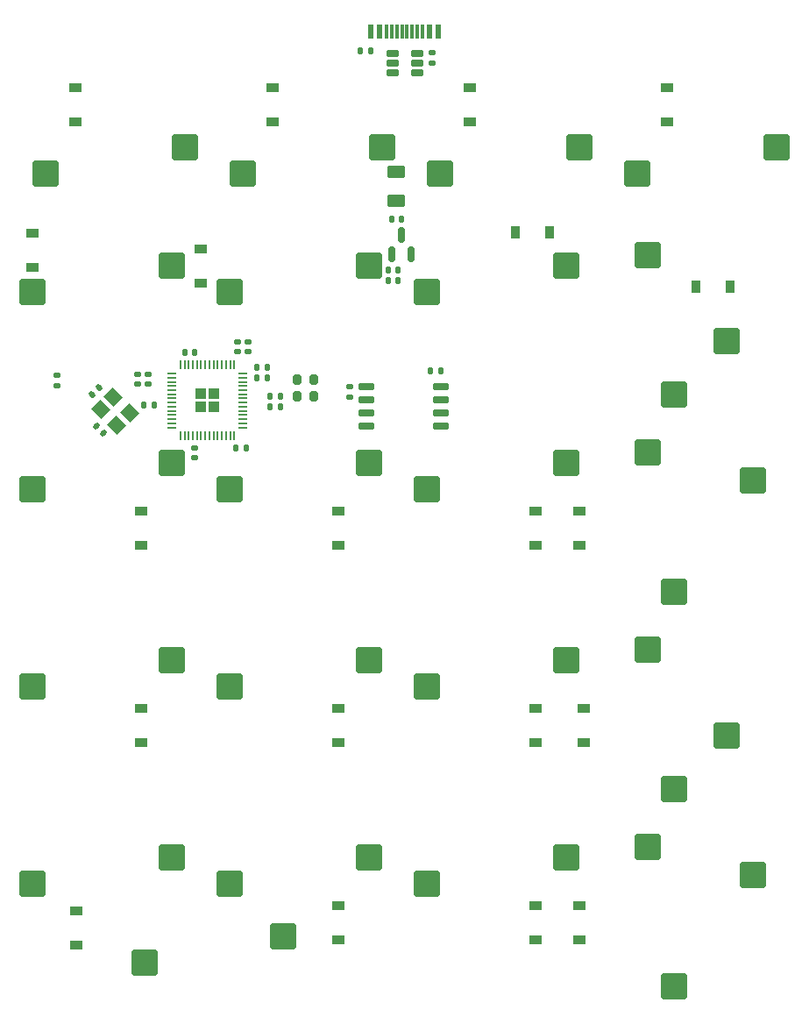
<source format=gbp>
%TF.GenerationSoftware,KiCad,Pcbnew,(6.0.6)*%
%TF.CreationDate,2022-08-17T22:11:57+10:00*%
%TF.ProjectId,snzagpad,736e7a61-6770-4616-942e-6b696361645f,rev?*%
%TF.SameCoordinates,Original*%
%TF.FileFunction,Paste,Bot*%
%TF.FilePolarity,Positive*%
%FSLAX46Y46*%
G04 Gerber Fmt 4.6, Leading zero omitted, Abs format (unit mm)*
G04 Created by KiCad (PCBNEW (6.0.6)) date 2022-08-17 22:11:57*
%MOMM*%
%LPD*%
G01*
G04 APERTURE LIST*
G04 Aperture macros list*
%AMRoundRect*
0 Rectangle with rounded corners*
0 $1 Rounding radius*
0 $2 $3 $4 $5 $6 $7 $8 $9 X,Y pos of 4 corners*
0 Add a 4 corners polygon primitive as box body*
4,1,4,$2,$3,$4,$5,$6,$7,$8,$9,$2,$3,0*
0 Add four circle primitives for the rounded corners*
1,1,$1+$1,$2,$3*
1,1,$1+$1,$4,$5*
1,1,$1+$1,$6,$7*
1,1,$1+$1,$8,$9*
0 Add four rect primitives between the rounded corners*
20,1,$1+$1,$2,$3,$4,$5,0*
20,1,$1+$1,$4,$5,$6,$7,0*
20,1,$1+$1,$6,$7,$8,$9,0*
20,1,$1+$1,$8,$9,$2,$3,0*%
%AMRotRect*
0 Rectangle, with rotation*
0 The origin of the aperture is its center*
0 $1 length*
0 $2 width*
0 $3 Rotation angle, in degrees counterclockwise*
0 Add horizontal line*
21,1,$1,$2,0,0,$3*%
G04 Aperture macros list end*
%ADD10R,1.200000X0.900000*%
%ADD11RoundRect,0.140000X-0.219203X-0.021213X-0.021213X-0.219203X0.219203X0.021213X0.021213X0.219203X0*%
%ADD12RoundRect,0.140000X-0.140000X-0.170000X0.140000X-0.170000X0.140000X0.170000X-0.140000X0.170000X0*%
%ADD13RoundRect,0.150000X0.475000X0.150000X-0.475000X0.150000X-0.475000X-0.150000X0.475000X-0.150000X0*%
%ADD14R,0.600000X1.450000*%
%ADD15R,0.300000X1.450000*%
%ADD16RoundRect,0.250000X-1.025000X-1.000000X1.025000X-1.000000X1.025000X1.000000X-1.025000X1.000000X0*%
%ADD17RoundRect,0.140000X-0.170000X0.140000X-0.170000X-0.140000X0.170000X-0.140000X0.170000X0.140000X0*%
%ADD18RoundRect,0.250000X1.000000X-1.025000X1.000000X1.025000X-1.000000X1.025000X-1.000000X-1.025000X0*%
%ADD19RoundRect,0.140000X0.140000X0.170000X-0.140000X0.170000X-0.140000X-0.170000X0.140000X-0.170000X0*%
%ADD20RoundRect,0.250000X1.025000X1.000000X-1.025000X1.000000X-1.025000X-1.000000X1.025000X-1.000000X0*%
%ADD21RoundRect,0.135000X-0.135000X-0.185000X0.135000X-0.185000X0.135000X0.185000X-0.135000X0.185000X0*%
%ADD22RotRect,1.400000X1.200000X315.000000*%
%ADD23RoundRect,0.250000X-1.000000X1.025000X-1.000000X-1.025000X1.000000X-1.025000X1.000000X1.025000X0*%
%ADD24RoundRect,0.140000X0.021213X-0.219203X0.219203X-0.021213X-0.021213X0.219203X-0.219203X0.021213X0*%
%ADD25RoundRect,0.150000X0.650000X0.150000X-0.650000X0.150000X-0.650000X-0.150000X0.650000X-0.150000X0*%
%ADD26RoundRect,0.200000X0.200000X0.275000X-0.200000X0.275000X-0.200000X-0.275000X0.200000X-0.275000X0*%
%ADD27R,0.900000X1.200000*%
%ADD28RoundRect,0.140000X0.170000X-0.140000X0.170000X0.140000X-0.170000X0.140000X-0.170000X-0.140000X0*%
%ADD29RoundRect,0.135000X-0.185000X0.135000X-0.185000X-0.135000X0.185000X-0.135000X0.185000X0.135000X0*%
%ADD30RoundRect,0.250000X0.292217X-0.292217X0.292217X0.292217X-0.292217X0.292217X-0.292217X-0.292217X0*%
%ADD31RoundRect,0.050000X0.050000X-0.387500X0.050000X0.387500X-0.050000X0.387500X-0.050000X-0.387500X0*%
%ADD32RoundRect,0.050000X0.387500X-0.050000X0.387500X0.050000X-0.387500X0.050000X-0.387500X-0.050000X0*%
%ADD33RoundRect,0.150000X0.150000X-0.587500X0.150000X0.587500X-0.150000X0.587500X-0.150000X-0.587500X0*%
%ADD34RoundRect,0.135000X0.185000X-0.135000X0.185000X0.135000X-0.185000X0.135000X-0.185000X-0.135000X0*%
%ADD35RoundRect,0.250000X-0.625000X0.375000X-0.625000X-0.375000X0.625000X-0.375000X0.625000X0.375000X0*%
G04 APERTURE END LIST*
D10*
X45168750Y-121922500D03*
X45168750Y-118622500D03*
D11*
X40889339Y-91390589D03*
X41568161Y-92069411D03*
D12*
X56408750Y-86720000D03*
X57368750Y-86720000D03*
D13*
X71873750Y-55381250D03*
X71873750Y-56331250D03*
X71873750Y-57281250D03*
X69523750Y-57281250D03*
X69523750Y-56331250D03*
X69523750Y-55381250D03*
D14*
X67393750Y-53257500D03*
X68193750Y-53257500D03*
D15*
X69393750Y-53257500D03*
X70393750Y-53257500D03*
X70893750Y-53257500D03*
X71893750Y-53257500D03*
D14*
X73093750Y-53257500D03*
X73893750Y-53257500D03*
X73893750Y-53257500D03*
X73093750Y-53257500D03*
D15*
X72393750Y-53257500D03*
X71393750Y-53257500D03*
X69893750Y-53257500D03*
X68893750Y-53257500D03*
D14*
X68193750Y-53257500D03*
X67393750Y-53257500D03*
D10*
X57943750Y-58675000D03*
X57943750Y-61975000D03*
D16*
X87528750Y-64452500D03*
X74078750Y-66992500D03*
D17*
X65371250Y-87572500D03*
X65371250Y-88532500D03*
D12*
X56408750Y-85700000D03*
X57368750Y-85700000D03*
D18*
X101758750Y-121227500D03*
X104298750Y-134677500D03*
D10*
X96043750Y-58675000D03*
X96043750Y-61975000D03*
D19*
X70018750Y-76312500D03*
X69058750Y-76312500D03*
D20*
X34708750Y-135572500D03*
X48158750Y-133032500D03*
D10*
X64218750Y-121922500D03*
X64218750Y-118622500D03*
D21*
X66370000Y-55088750D03*
X67390000Y-55088750D03*
D12*
X54380000Y-93470000D03*
X55340000Y-93470000D03*
D22*
X42511972Y-88541142D03*
X44067607Y-90096777D03*
X42865526Y-91298858D03*
X41309891Y-89743223D03*
D12*
X69058750Y-77332500D03*
X70018750Y-77332500D03*
D20*
X34708750Y-78422500D03*
X48158750Y-75882500D03*
D18*
X101758750Y-83127500D03*
X104298750Y-96577500D03*
D21*
X73161250Y-86052500D03*
X74181250Y-86052500D03*
D23*
X96678750Y-126422500D03*
X94138750Y-112972500D03*
D10*
X64218750Y-102872500D03*
X64218750Y-99572500D03*
D17*
X50380000Y-93490000D03*
X50380000Y-94450000D03*
D10*
X83268750Y-121922500D03*
X83268750Y-118622500D03*
D23*
X96678750Y-107372500D03*
X94138750Y-93922500D03*
D24*
X40469339Y-88309411D03*
X41148161Y-87630589D03*
D25*
X74181250Y-87577500D03*
X74181250Y-88847500D03*
X74181250Y-90117500D03*
X74181250Y-91387500D03*
X66981250Y-91387500D03*
X66981250Y-90117500D03*
X66981250Y-88847500D03*
X66981250Y-87577500D03*
D10*
X38968750Y-141482500D03*
X38968750Y-138182500D03*
X64218750Y-140972500D03*
X64218750Y-137672500D03*
D26*
X61908750Y-86892500D03*
X60258750Y-86892500D03*
D20*
X34708750Y-97472500D03*
X48158750Y-94932500D03*
X72808750Y-116522500D03*
X86258750Y-113982500D03*
X53758750Y-135572500D03*
X67208750Y-133032500D03*
D10*
X83268750Y-102872500D03*
X83268750Y-99572500D03*
D27*
X81358750Y-72682500D03*
X84658750Y-72682500D03*
D10*
X83268750Y-140972500D03*
X83268750Y-137672500D03*
D20*
X72808750Y-97472500D03*
X86258750Y-94932500D03*
D12*
X57678750Y-88510000D03*
X58638750Y-88510000D03*
D20*
X34708750Y-116522500D03*
X48158750Y-113982500D03*
D19*
X50410000Y-84240000D03*
X49450000Y-84240000D03*
D16*
X68478750Y-64452500D03*
X55028750Y-66992500D03*
D20*
X53758750Y-78422500D03*
X67208750Y-75882500D03*
D16*
X106578750Y-64452500D03*
X93128750Y-66992500D03*
D28*
X44878750Y-87312500D03*
X44878750Y-86352500D03*
D10*
X87528750Y-102872500D03*
X87528750Y-99572500D03*
D12*
X57678750Y-89480000D03*
X58638750Y-89480000D03*
D20*
X72808750Y-135572500D03*
X86258750Y-133032500D03*
D10*
X34738750Y-72752500D03*
X34738750Y-76052500D03*
D29*
X73340000Y-55308750D03*
X73340000Y-56328750D03*
D23*
X96678750Y-145472500D03*
X94138750Y-132022500D03*
D10*
X45168750Y-102872500D03*
X45168750Y-99572500D03*
D16*
X58953750Y-140652500D03*
X45503750Y-143192500D03*
D20*
X53758750Y-97472500D03*
X67208750Y-94932500D03*
D30*
X50961250Y-88252500D03*
X52236250Y-89527500D03*
X50961250Y-89527500D03*
X52236250Y-88252500D03*
D31*
X54198750Y-92327500D03*
X53798750Y-92327500D03*
X53398750Y-92327500D03*
X52998750Y-92327500D03*
X52598750Y-92327500D03*
X52198750Y-92327500D03*
X51798750Y-92327500D03*
X51398750Y-92327500D03*
X50998750Y-92327500D03*
X50598750Y-92327500D03*
X50198750Y-92327500D03*
X49798750Y-92327500D03*
X49398750Y-92327500D03*
X48998750Y-92327500D03*
D32*
X48161250Y-91490000D03*
X48161250Y-91090000D03*
X48161250Y-90690000D03*
X48161250Y-90290000D03*
X48161250Y-89890000D03*
X48161250Y-89490000D03*
X48161250Y-89090000D03*
X48161250Y-88690000D03*
X48161250Y-88290000D03*
X48161250Y-87890000D03*
X48161250Y-87490000D03*
X48161250Y-87090000D03*
X48161250Y-86690000D03*
X48161250Y-86290000D03*
D31*
X48998750Y-85452500D03*
X49398750Y-85452500D03*
X49798750Y-85452500D03*
X50198750Y-85452500D03*
X50598750Y-85452500D03*
X50998750Y-85452500D03*
X51398750Y-85452500D03*
X51798750Y-85452500D03*
X52198750Y-85452500D03*
X52598750Y-85452500D03*
X52998750Y-85452500D03*
X53398750Y-85452500D03*
X53798750Y-85452500D03*
X54198750Y-85452500D03*
D32*
X55036250Y-86290000D03*
X55036250Y-86690000D03*
X55036250Y-87090000D03*
X55036250Y-87490000D03*
X55036250Y-87890000D03*
X55036250Y-88290000D03*
X55036250Y-88690000D03*
X55036250Y-89090000D03*
X55036250Y-89490000D03*
X55036250Y-89890000D03*
X55036250Y-90290000D03*
X55036250Y-90690000D03*
X55036250Y-91090000D03*
X55036250Y-91490000D03*
D21*
X45438750Y-89340001D03*
X46458750Y-89340001D03*
D12*
X69408750Y-71392500D03*
X70368750Y-71392500D03*
D10*
X76993750Y-58675000D03*
X76993750Y-61975000D03*
X87928750Y-121922500D03*
X87928750Y-118622500D03*
D28*
X45878750Y-87320000D03*
X45878750Y-86360000D03*
D33*
X71278750Y-74800000D03*
X69378750Y-74800000D03*
X70328750Y-72925000D03*
D10*
X50978750Y-74292500D03*
X50978750Y-77592500D03*
D34*
X37110625Y-87492500D03*
X37110625Y-86472500D03*
D23*
X96678750Y-88322500D03*
X94138750Y-74872500D03*
D35*
X69848750Y-66842500D03*
X69848750Y-69642500D03*
D16*
X49428750Y-64452500D03*
X35978750Y-66992500D03*
D26*
X61898750Y-88492500D03*
X60248750Y-88492500D03*
D28*
X55528750Y-84189999D03*
X55528750Y-83229999D03*
D10*
X87528750Y-140972500D03*
X87528750Y-137672500D03*
X38893750Y-58675000D03*
X38893750Y-61975000D03*
D20*
X72808750Y-78422500D03*
X86258750Y-75882500D03*
D27*
X102088750Y-77862500D03*
X98788750Y-77862500D03*
D28*
X54518750Y-84190000D03*
X54518750Y-83230000D03*
D20*
X53758750Y-116522500D03*
X67208750Y-113982500D03*
M02*

</source>
